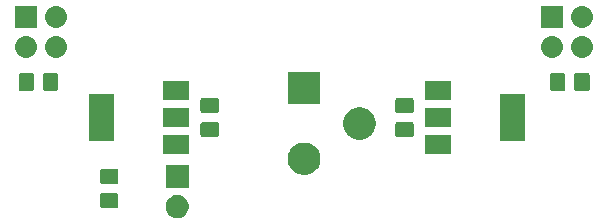
<source format=gbr>
G04 #@! TF.GenerationSoftware,KiCad,Pcbnew,(5.1.4)-1*
G04 #@! TF.CreationDate,2019-09-27T14:23:11+09:00*
G04 #@! TF.ProjectId,project 02,70726f6a-6563-4742-9030-322e6b696361,1*
G04 #@! TF.SameCoordinates,Original*
G04 #@! TF.FileFunction,Soldermask,Top*
G04 #@! TF.FilePolarity,Negative*
%FSLAX46Y46*%
G04 Gerber Fmt 4.6, Leading zero omitted, Abs format (unit mm)*
G04 Created by KiCad (PCBNEW (5.1.4)-1) date 2019-09-27 14:23:11*
%MOMM*%
%LPD*%
G04 APERTURE LIST*
%ADD10C,0.100000*%
G04 APERTURE END LIST*
D10*
G36*
X119471880Y-46588810D02*
G01*
X119534747Y-46601315D01*
X119712404Y-46674903D01*
X119872291Y-46781736D01*
X120008264Y-46917709D01*
X120115097Y-47077596D01*
X120188685Y-47255253D01*
X120226200Y-47443853D01*
X120226200Y-47636147D01*
X120188685Y-47824747D01*
X120115097Y-48002404D01*
X120008264Y-48162291D01*
X119872291Y-48298264D01*
X119712404Y-48405097D01*
X119534747Y-48478685D01*
X119471880Y-48491190D01*
X119346149Y-48516200D01*
X119153851Y-48516200D01*
X119028120Y-48491190D01*
X118965253Y-48478685D01*
X118787596Y-48405097D01*
X118627709Y-48298264D01*
X118491736Y-48162291D01*
X118384903Y-48002404D01*
X118311315Y-47824747D01*
X118273800Y-47636147D01*
X118273800Y-47443853D01*
X118311315Y-47255253D01*
X118384903Y-47077596D01*
X118491736Y-46917709D01*
X118627709Y-46781736D01*
X118787596Y-46674903D01*
X118965253Y-46601315D01*
X119028120Y-46588810D01*
X119153851Y-46563800D01*
X119346149Y-46563800D01*
X119471880Y-46588810D01*
X119471880Y-46588810D01*
G37*
G36*
X114105056Y-46378476D02*
G01*
X114144805Y-46390534D01*
X114181431Y-46410111D01*
X114213539Y-46436461D01*
X114239889Y-46468569D01*
X114259466Y-46505195D01*
X114271524Y-46544944D01*
X114276200Y-46592419D01*
X114276200Y-47457581D01*
X114271524Y-47505056D01*
X114259466Y-47544805D01*
X114239889Y-47581431D01*
X114213539Y-47613539D01*
X114181431Y-47639889D01*
X114144805Y-47659466D01*
X114105056Y-47671524D01*
X114057581Y-47676200D01*
X112942419Y-47676200D01*
X112894944Y-47671524D01*
X112855195Y-47659466D01*
X112818569Y-47639889D01*
X112786461Y-47613539D01*
X112760111Y-47581431D01*
X112740534Y-47544805D01*
X112728476Y-47505056D01*
X112723800Y-47457581D01*
X112723800Y-46592419D01*
X112728476Y-46544944D01*
X112740534Y-46505195D01*
X112760111Y-46468569D01*
X112786461Y-46436461D01*
X112818569Y-46410111D01*
X112855195Y-46390534D01*
X112894944Y-46378476D01*
X112942419Y-46373800D01*
X114057581Y-46373800D01*
X114105056Y-46378476D01*
X114105056Y-46378476D01*
G37*
G36*
X120226200Y-45976200D02*
G01*
X118273800Y-45976200D01*
X118273800Y-44023800D01*
X120226200Y-44023800D01*
X120226200Y-45976200D01*
X120226200Y-45976200D01*
G37*
G36*
X114105056Y-44328476D02*
G01*
X114144805Y-44340534D01*
X114181431Y-44360111D01*
X114213539Y-44386461D01*
X114239889Y-44418569D01*
X114259466Y-44455195D01*
X114271524Y-44494944D01*
X114276200Y-44542419D01*
X114276200Y-45407581D01*
X114271524Y-45455056D01*
X114259466Y-45494805D01*
X114239889Y-45531431D01*
X114213539Y-45563539D01*
X114181431Y-45589889D01*
X114144805Y-45609466D01*
X114105056Y-45621524D01*
X114057581Y-45626200D01*
X112942419Y-45626200D01*
X112894944Y-45621524D01*
X112855195Y-45609466D01*
X112818569Y-45589889D01*
X112786461Y-45563539D01*
X112760111Y-45531431D01*
X112740534Y-45494805D01*
X112728476Y-45455056D01*
X112723800Y-45407581D01*
X112723800Y-44542419D01*
X112728476Y-44494944D01*
X112740534Y-44455195D01*
X112760111Y-44418569D01*
X112786461Y-44386461D01*
X112818569Y-44360111D01*
X112855195Y-44340534D01*
X112894944Y-44328476D01*
X112942419Y-44323800D01*
X114057581Y-44323800D01*
X114105056Y-44328476D01*
X114105056Y-44328476D01*
G37*
G36*
X130401423Y-42176686D02*
G01*
X130651874Y-42280426D01*
X130877276Y-42431035D01*
X131068965Y-42622724D01*
X131219574Y-42848126D01*
X131323314Y-43098577D01*
X131376200Y-43364455D01*
X131376200Y-43635545D01*
X131323314Y-43901423D01*
X131219574Y-44151874D01*
X131068965Y-44377276D01*
X130877276Y-44568965D01*
X130651874Y-44719574D01*
X130401423Y-44823314D01*
X130135545Y-44876200D01*
X129864455Y-44876200D01*
X129598577Y-44823314D01*
X129348126Y-44719574D01*
X129122724Y-44568965D01*
X128931035Y-44377276D01*
X128780426Y-44151874D01*
X128676686Y-43901423D01*
X128623800Y-43635545D01*
X128623800Y-43364455D01*
X128676686Y-43098577D01*
X128780426Y-42848126D01*
X128931035Y-42622724D01*
X129122724Y-42431035D01*
X129348126Y-42280426D01*
X129598577Y-42176686D01*
X129864455Y-42123800D01*
X130135545Y-42123800D01*
X130401423Y-42176686D01*
X130401423Y-42176686D01*
G37*
G36*
X142426200Y-43126200D02*
G01*
X140273800Y-43126200D01*
X140273800Y-41473800D01*
X142426200Y-41473800D01*
X142426200Y-43126200D01*
X142426200Y-43126200D01*
G37*
G36*
X120226200Y-43126200D02*
G01*
X118073800Y-43126200D01*
X118073800Y-41473800D01*
X120226200Y-41473800D01*
X120226200Y-43126200D01*
X120226200Y-43126200D01*
G37*
G36*
X113926200Y-41976200D02*
G01*
X111773800Y-41976200D01*
X111773800Y-38023800D01*
X113926200Y-38023800D01*
X113926200Y-41976200D01*
X113926200Y-41976200D01*
G37*
G36*
X148726200Y-41976200D02*
G01*
X146573800Y-41976200D01*
X146573800Y-38023800D01*
X148726200Y-38023800D01*
X148726200Y-41976200D01*
X148726200Y-41976200D01*
G37*
G36*
X135101423Y-39176686D02*
G01*
X135351874Y-39280426D01*
X135577276Y-39431035D01*
X135768965Y-39622724D01*
X135919574Y-39848126D01*
X136023314Y-40098577D01*
X136076200Y-40364455D01*
X136076200Y-40635545D01*
X136023314Y-40901423D01*
X135919574Y-41151874D01*
X135768965Y-41377276D01*
X135577276Y-41568965D01*
X135351874Y-41719574D01*
X135101423Y-41823314D01*
X134835545Y-41876200D01*
X134564455Y-41876200D01*
X134298577Y-41823314D01*
X134048126Y-41719574D01*
X133822724Y-41568965D01*
X133631035Y-41377276D01*
X133480426Y-41151874D01*
X133376686Y-40901423D01*
X133323800Y-40635545D01*
X133323800Y-40364455D01*
X133376686Y-40098577D01*
X133480426Y-39848126D01*
X133631035Y-39622724D01*
X133822724Y-39431035D01*
X134048126Y-39280426D01*
X134298577Y-39176686D01*
X134564455Y-39123800D01*
X134835545Y-39123800D01*
X135101423Y-39176686D01*
X135101423Y-39176686D01*
G37*
G36*
X139105056Y-40378476D02*
G01*
X139144805Y-40390534D01*
X139181431Y-40410111D01*
X139213539Y-40436461D01*
X139239889Y-40468569D01*
X139259466Y-40505195D01*
X139271524Y-40544944D01*
X139276200Y-40592419D01*
X139276200Y-41457581D01*
X139271524Y-41505056D01*
X139259466Y-41544805D01*
X139239889Y-41581431D01*
X139213539Y-41613539D01*
X139181431Y-41639889D01*
X139144805Y-41659466D01*
X139105056Y-41671524D01*
X139057581Y-41676200D01*
X137942419Y-41676200D01*
X137894944Y-41671524D01*
X137855195Y-41659466D01*
X137818569Y-41639889D01*
X137786461Y-41613539D01*
X137760111Y-41581431D01*
X137740534Y-41544805D01*
X137728476Y-41505056D01*
X137723800Y-41457581D01*
X137723800Y-40592419D01*
X137728476Y-40544944D01*
X137740534Y-40505195D01*
X137760111Y-40468569D01*
X137786461Y-40436461D01*
X137818569Y-40410111D01*
X137855195Y-40390534D01*
X137894944Y-40378476D01*
X137942419Y-40373800D01*
X139057581Y-40373800D01*
X139105056Y-40378476D01*
X139105056Y-40378476D01*
G37*
G36*
X122605056Y-40378476D02*
G01*
X122644805Y-40390534D01*
X122681431Y-40410111D01*
X122713539Y-40436461D01*
X122739889Y-40468569D01*
X122759466Y-40505195D01*
X122771524Y-40544944D01*
X122776200Y-40592419D01*
X122776200Y-41457581D01*
X122771524Y-41505056D01*
X122759466Y-41544805D01*
X122739889Y-41581431D01*
X122713539Y-41613539D01*
X122681431Y-41639889D01*
X122644805Y-41659466D01*
X122605056Y-41671524D01*
X122557581Y-41676200D01*
X121442419Y-41676200D01*
X121394944Y-41671524D01*
X121355195Y-41659466D01*
X121318569Y-41639889D01*
X121286461Y-41613539D01*
X121260111Y-41581431D01*
X121240534Y-41544805D01*
X121228476Y-41505056D01*
X121223800Y-41457581D01*
X121223800Y-40592419D01*
X121228476Y-40544944D01*
X121240534Y-40505195D01*
X121260111Y-40468569D01*
X121286461Y-40436461D01*
X121318569Y-40410111D01*
X121355195Y-40390534D01*
X121394944Y-40378476D01*
X121442419Y-40373800D01*
X122557581Y-40373800D01*
X122605056Y-40378476D01*
X122605056Y-40378476D01*
G37*
G36*
X120226200Y-40826200D02*
G01*
X118073800Y-40826200D01*
X118073800Y-39173800D01*
X120226200Y-39173800D01*
X120226200Y-40826200D01*
X120226200Y-40826200D01*
G37*
G36*
X142426200Y-40826200D02*
G01*
X140273800Y-40826200D01*
X140273800Y-39173800D01*
X142426200Y-39173800D01*
X142426200Y-40826200D01*
X142426200Y-40826200D01*
G37*
G36*
X139105056Y-38328476D02*
G01*
X139144805Y-38340534D01*
X139181431Y-38360111D01*
X139213539Y-38386461D01*
X139239889Y-38418569D01*
X139259466Y-38455195D01*
X139271524Y-38494944D01*
X139276200Y-38542419D01*
X139276200Y-39407581D01*
X139271524Y-39455056D01*
X139259466Y-39494805D01*
X139239889Y-39531431D01*
X139213539Y-39563539D01*
X139181431Y-39589889D01*
X139144805Y-39609466D01*
X139105056Y-39621524D01*
X139057581Y-39626200D01*
X137942419Y-39626200D01*
X137894944Y-39621524D01*
X137855195Y-39609466D01*
X137818569Y-39589889D01*
X137786461Y-39563539D01*
X137760111Y-39531431D01*
X137740534Y-39494805D01*
X137728476Y-39455056D01*
X137723800Y-39407581D01*
X137723800Y-38542419D01*
X137728476Y-38494944D01*
X137740534Y-38455195D01*
X137760111Y-38418569D01*
X137786461Y-38386461D01*
X137818569Y-38360111D01*
X137855195Y-38340534D01*
X137894944Y-38328476D01*
X137942419Y-38323800D01*
X139057581Y-38323800D01*
X139105056Y-38328476D01*
X139105056Y-38328476D01*
G37*
G36*
X122605056Y-38328476D02*
G01*
X122644805Y-38340534D01*
X122681431Y-38360111D01*
X122713539Y-38386461D01*
X122739889Y-38418569D01*
X122759466Y-38455195D01*
X122771524Y-38494944D01*
X122776200Y-38542419D01*
X122776200Y-39407581D01*
X122771524Y-39455056D01*
X122759466Y-39494805D01*
X122739889Y-39531431D01*
X122713539Y-39563539D01*
X122681431Y-39589889D01*
X122644805Y-39609466D01*
X122605056Y-39621524D01*
X122557581Y-39626200D01*
X121442419Y-39626200D01*
X121394944Y-39621524D01*
X121355195Y-39609466D01*
X121318569Y-39589889D01*
X121286461Y-39563539D01*
X121260111Y-39531431D01*
X121240534Y-39494805D01*
X121228476Y-39455056D01*
X121223800Y-39407581D01*
X121223800Y-38542419D01*
X121228476Y-38494944D01*
X121240534Y-38455195D01*
X121260111Y-38418569D01*
X121286461Y-38386461D01*
X121318569Y-38360111D01*
X121355195Y-38340534D01*
X121394944Y-38328476D01*
X121442419Y-38323800D01*
X122557581Y-38323800D01*
X122605056Y-38328476D01*
X122605056Y-38328476D01*
G37*
G36*
X131376200Y-38876200D02*
G01*
X128623800Y-38876200D01*
X128623800Y-36123800D01*
X131376200Y-36123800D01*
X131376200Y-38876200D01*
X131376200Y-38876200D01*
G37*
G36*
X142426200Y-38526200D02*
G01*
X140273800Y-38526200D01*
X140273800Y-36873800D01*
X142426200Y-36873800D01*
X142426200Y-38526200D01*
X142426200Y-38526200D01*
G37*
G36*
X120226200Y-38526200D02*
G01*
X118073800Y-38526200D01*
X118073800Y-36873800D01*
X120226200Y-36873800D01*
X120226200Y-38526200D01*
X120226200Y-38526200D01*
G37*
G36*
X151955056Y-36228476D02*
G01*
X151994805Y-36240534D01*
X152031431Y-36260111D01*
X152063539Y-36286461D01*
X152089889Y-36318569D01*
X152109466Y-36355195D01*
X152121524Y-36394944D01*
X152126200Y-36442419D01*
X152126200Y-37557581D01*
X152121524Y-37605056D01*
X152109466Y-37644805D01*
X152089889Y-37681431D01*
X152063539Y-37713539D01*
X152031431Y-37739889D01*
X151994805Y-37759466D01*
X151955056Y-37771524D01*
X151907581Y-37776200D01*
X151042419Y-37776200D01*
X150994944Y-37771524D01*
X150955195Y-37759466D01*
X150918569Y-37739889D01*
X150886461Y-37713539D01*
X150860111Y-37681431D01*
X150840534Y-37644805D01*
X150828476Y-37605056D01*
X150823800Y-37557581D01*
X150823800Y-36442419D01*
X150828476Y-36394944D01*
X150840534Y-36355195D01*
X150860111Y-36318569D01*
X150886461Y-36286461D01*
X150918569Y-36260111D01*
X150955195Y-36240534D01*
X150994944Y-36228476D01*
X151042419Y-36223800D01*
X151907581Y-36223800D01*
X151955056Y-36228476D01*
X151955056Y-36228476D01*
G37*
G36*
X154005056Y-36228476D02*
G01*
X154044805Y-36240534D01*
X154081431Y-36260111D01*
X154113539Y-36286461D01*
X154139889Y-36318569D01*
X154159466Y-36355195D01*
X154171524Y-36394944D01*
X154176200Y-36442419D01*
X154176200Y-37557581D01*
X154171524Y-37605056D01*
X154159466Y-37644805D01*
X154139889Y-37681431D01*
X154113539Y-37713539D01*
X154081431Y-37739889D01*
X154044805Y-37759466D01*
X154005056Y-37771524D01*
X153957581Y-37776200D01*
X153092419Y-37776200D01*
X153044944Y-37771524D01*
X153005195Y-37759466D01*
X152968569Y-37739889D01*
X152936461Y-37713539D01*
X152910111Y-37681431D01*
X152890534Y-37644805D01*
X152878476Y-37605056D01*
X152873800Y-37557581D01*
X152873800Y-36442419D01*
X152878476Y-36394944D01*
X152890534Y-36355195D01*
X152910111Y-36318569D01*
X152936461Y-36286461D01*
X152968569Y-36260111D01*
X153005195Y-36240534D01*
X153044944Y-36228476D01*
X153092419Y-36223800D01*
X153957581Y-36223800D01*
X154005056Y-36228476D01*
X154005056Y-36228476D01*
G37*
G36*
X109005056Y-36228476D02*
G01*
X109044805Y-36240534D01*
X109081431Y-36260111D01*
X109113539Y-36286461D01*
X109139889Y-36318569D01*
X109159466Y-36355195D01*
X109171524Y-36394944D01*
X109176200Y-36442419D01*
X109176200Y-37557581D01*
X109171524Y-37605056D01*
X109159466Y-37644805D01*
X109139889Y-37681431D01*
X109113539Y-37713539D01*
X109081431Y-37739889D01*
X109044805Y-37759466D01*
X109005056Y-37771524D01*
X108957581Y-37776200D01*
X108092419Y-37776200D01*
X108044944Y-37771524D01*
X108005195Y-37759466D01*
X107968569Y-37739889D01*
X107936461Y-37713539D01*
X107910111Y-37681431D01*
X107890534Y-37644805D01*
X107878476Y-37605056D01*
X107873800Y-37557581D01*
X107873800Y-36442419D01*
X107878476Y-36394944D01*
X107890534Y-36355195D01*
X107910111Y-36318569D01*
X107936461Y-36286461D01*
X107968569Y-36260111D01*
X108005195Y-36240534D01*
X108044944Y-36228476D01*
X108092419Y-36223800D01*
X108957581Y-36223800D01*
X109005056Y-36228476D01*
X109005056Y-36228476D01*
G37*
G36*
X106955056Y-36228476D02*
G01*
X106994805Y-36240534D01*
X107031431Y-36260111D01*
X107063539Y-36286461D01*
X107089889Y-36318569D01*
X107109466Y-36355195D01*
X107121524Y-36394944D01*
X107126200Y-36442419D01*
X107126200Y-37557581D01*
X107121524Y-37605056D01*
X107109466Y-37644805D01*
X107089889Y-37681431D01*
X107063539Y-37713539D01*
X107031431Y-37739889D01*
X106994805Y-37759466D01*
X106955056Y-37771524D01*
X106907581Y-37776200D01*
X106042419Y-37776200D01*
X105994944Y-37771524D01*
X105955195Y-37759466D01*
X105918569Y-37739889D01*
X105886461Y-37713539D01*
X105860111Y-37681431D01*
X105840534Y-37644805D01*
X105828476Y-37605056D01*
X105823800Y-37557581D01*
X105823800Y-36442419D01*
X105828476Y-36394944D01*
X105840534Y-36355195D01*
X105860111Y-36318569D01*
X105886461Y-36286461D01*
X105918569Y-36260111D01*
X105955195Y-36240534D01*
X105994944Y-36228476D01*
X106042419Y-36223800D01*
X106907581Y-36223800D01*
X106955056Y-36228476D01*
X106955056Y-36228476D01*
G37*
G36*
X151181565Y-33127201D02*
G01*
X151356159Y-33180164D01*
X151517058Y-33266166D01*
X151658091Y-33381909D01*
X151773834Y-33522942D01*
X151859836Y-33683841D01*
X151912799Y-33858435D01*
X151930681Y-34040000D01*
X151912799Y-34221565D01*
X151859836Y-34396159D01*
X151773834Y-34557058D01*
X151658091Y-34698091D01*
X151517058Y-34813834D01*
X151356159Y-34899836D01*
X151181565Y-34952799D01*
X151045500Y-34966200D01*
X150954500Y-34966200D01*
X150818435Y-34952799D01*
X150643841Y-34899836D01*
X150482942Y-34813834D01*
X150341909Y-34698091D01*
X150226166Y-34557058D01*
X150140164Y-34396159D01*
X150087201Y-34221565D01*
X150069319Y-34040000D01*
X150087201Y-33858435D01*
X150140164Y-33683841D01*
X150226166Y-33522942D01*
X150341909Y-33381909D01*
X150482942Y-33266166D01*
X150643841Y-33180164D01*
X150818435Y-33127201D01*
X150954500Y-33113800D01*
X151045500Y-33113800D01*
X151181565Y-33127201D01*
X151181565Y-33127201D01*
G37*
G36*
X106641565Y-33127201D02*
G01*
X106816159Y-33180164D01*
X106977058Y-33266166D01*
X107118091Y-33381909D01*
X107233834Y-33522942D01*
X107319836Y-33683841D01*
X107372799Y-33858435D01*
X107390681Y-34040000D01*
X107372799Y-34221565D01*
X107319836Y-34396159D01*
X107233834Y-34557058D01*
X107118091Y-34698091D01*
X106977058Y-34813834D01*
X106816159Y-34899836D01*
X106641565Y-34952799D01*
X106505500Y-34966200D01*
X106414500Y-34966200D01*
X106278435Y-34952799D01*
X106103841Y-34899836D01*
X105942942Y-34813834D01*
X105801909Y-34698091D01*
X105686166Y-34557058D01*
X105600164Y-34396159D01*
X105547201Y-34221565D01*
X105529319Y-34040000D01*
X105547201Y-33858435D01*
X105600164Y-33683841D01*
X105686166Y-33522942D01*
X105801909Y-33381909D01*
X105942942Y-33266166D01*
X106103841Y-33180164D01*
X106278435Y-33127201D01*
X106414500Y-33113800D01*
X106505500Y-33113800D01*
X106641565Y-33127201D01*
X106641565Y-33127201D01*
G37*
G36*
X109181565Y-33127201D02*
G01*
X109356159Y-33180164D01*
X109517058Y-33266166D01*
X109658091Y-33381909D01*
X109773834Y-33522942D01*
X109859836Y-33683841D01*
X109912799Y-33858435D01*
X109930681Y-34040000D01*
X109912799Y-34221565D01*
X109859836Y-34396159D01*
X109773834Y-34557058D01*
X109658091Y-34698091D01*
X109517058Y-34813834D01*
X109356159Y-34899836D01*
X109181565Y-34952799D01*
X109045500Y-34966200D01*
X108954500Y-34966200D01*
X108818435Y-34952799D01*
X108643841Y-34899836D01*
X108482942Y-34813834D01*
X108341909Y-34698091D01*
X108226166Y-34557058D01*
X108140164Y-34396159D01*
X108087201Y-34221565D01*
X108069319Y-34040000D01*
X108087201Y-33858435D01*
X108140164Y-33683841D01*
X108226166Y-33522942D01*
X108341909Y-33381909D01*
X108482942Y-33266166D01*
X108643841Y-33180164D01*
X108818435Y-33127201D01*
X108954500Y-33113800D01*
X109045500Y-33113800D01*
X109181565Y-33127201D01*
X109181565Y-33127201D01*
G37*
G36*
X153721565Y-33127201D02*
G01*
X153896159Y-33180164D01*
X154057058Y-33266166D01*
X154198091Y-33381909D01*
X154313834Y-33522942D01*
X154399836Y-33683841D01*
X154452799Y-33858435D01*
X154470681Y-34040000D01*
X154452799Y-34221565D01*
X154399836Y-34396159D01*
X154313834Y-34557058D01*
X154198091Y-34698091D01*
X154057058Y-34813834D01*
X153896159Y-34899836D01*
X153721565Y-34952799D01*
X153585500Y-34966200D01*
X153494500Y-34966200D01*
X153358435Y-34952799D01*
X153183841Y-34899836D01*
X153022942Y-34813834D01*
X152881909Y-34698091D01*
X152766166Y-34557058D01*
X152680164Y-34396159D01*
X152627201Y-34221565D01*
X152609319Y-34040000D01*
X152627201Y-33858435D01*
X152680164Y-33683841D01*
X152766166Y-33522942D01*
X152881909Y-33381909D01*
X153022942Y-33266166D01*
X153183841Y-33180164D01*
X153358435Y-33127201D01*
X153494500Y-33113800D01*
X153585500Y-33113800D01*
X153721565Y-33127201D01*
X153721565Y-33127201D01*
G37*
G36*
X107386200Y-32426200D02*
G01*
X105533800Y-32426200D01*
X105533800Y-30573800D01*
X107386200Y-30573800D01*
X107386200Y-32426200D01*
X107386200Y-32426200D01*
G37*
G36*
X109181565Y-30587201D02*
G01*
X109356159Y-30640164D01*
X109517058Y-30726166D01*
X109658091Y-30841909D01*
X109773834Y-30982942D01*
X109859836Y-31143841D01*
X109912799Y-31318435D01*
X109930681Y-31500000D01*
X109912799Y-31681565D01*
X109859836Y-31856159D01*
X109773834Y-32017058D01*
X109658091Y-32158091D01*
X109517058Y-32273834D01*
X109356159Y-32359836D01*
X109181565Y-32412799D01*
X109045500Y-32426200D01*
X108954500Y-32426200D01*
X108818435Y-32412799D01*
X108643841Y-32359836D01*
X108482942Y-32273834D01*
X108341909Y-32158091D01*
X108226166Y-32017058D01*
X108140164Y-31856159D01*
X108087201Y-31681565D01*
X108069319Y-31500000D01*
X108087201Y-31318435D01*
X108140164Y-31143841D01*
X108226166Y-30982942D01*
X108341909Y-30841909D01*
X108482942Y-30726166D01*
X108643841Y-30640164D01*
X108818435Y-30587201D01*
X108954500Y-30573800D01*
X109045500Y-30573800D01*
X109181565Y-30587201D01*
X109181565Y-30587201D01*
G37*
G36*
X151926200Y-32426200D02*
G01*
X150073800Y-32426200D01*
X150073800Y-30573800D01*
X151926200Y-30573800D01*
X151926200Y-32426200D01*
X151926200Y-32426200D01*
G37*
G36*
X153721565Y-30587201D02*
G01*
X153896159Y-30640164D01*
X154057058Y-30726166D01*
X154198091Y-30841909D01*
X154313834Y-30982942D01*
X154399836Y-31143841D01*
X154452799Y-31318435D01*
X154470681Y-31500000D01*
X154452799Y-31681565D01*
X154399836Y-31856159D01*
X154313834Y-32017058D01*
X154198091Y-32158091D01*
X154057058Y-32273834D01*
X153896159Y-32359836D01*
X153721565Y-32412799D01*
X153585500Y-32426200D01*
X153494500Y-32426200D01*
X153358435Y-32412799D01*
X153183841Y-32359836D01*
X153022942Y-32273834D01*
X152881909Y-32158091D01*
X152766166Y-32017058D01*
X152680164Y-31856159D01*
X152627201Y-31681565D01*
X152609319Y-31500000D01*
X152627201Y-31318435D01*
X152680164Y-31143841D01*
X152766166Y-30982942D01*
X152881909Y-30841909D01*
X153022942Y-30726166D01*
X153183841Y-30640164D01*
X153358435Y-30587201D01*
X153494500Y-30573800D01*
X153585500Y-30573800D01*
X153721565Y-30587201D01*
X153721565Y-30587201D01*
G37*
M02*

</source>
